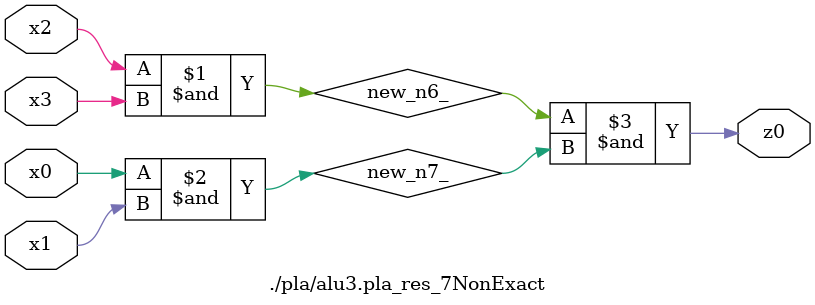
<source format=v>

module \./pla/alu3.pla_res_7NonExact  ( 
    x0, x1, x2, x3,
    z0  );
  input  x0, x1, x2, x3;
  output z0;
  wire new_n6_, new_n7_;
  assign new_n6_ = x2 & x3;
  assign new_n7_ = x0 & x1;
  assign z0 = new_n6_ & new_n7_;
endmodule



</source>
